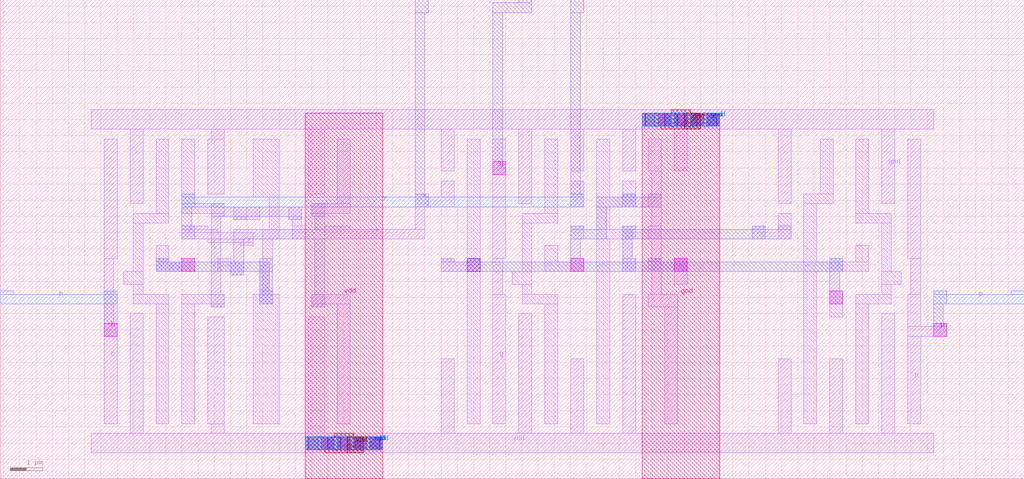
<source format=lef>
VERSION 5.7 ;
  NAMESCASESENSITIVE ON ;
  NOWIREEXTENSIONATPIN ON ;
  DIVIDERCHAR "/" ;
  BUSBITCHARS "[]" ;
UNITS
  DATABASE MICRONS 1000 ;
END UNITS

MACRO single_generate
  CLASS BLOCK ;
  FOREIGN single_generate ;
  ORIGIN 2.600000 0.600000 ;
  SIZE 31.600000 BY 14.800000 ;
  PIN gnd
    USE GROUND ;
    PORT
      LAYER metal1 ;
        RECT 0.200000 10.200000 26.200001 10.800000 ;
        RECT 1.400000 7.900000 1.800000 10.200000 ;
        RECT 3.900000 9.900001 4.300000 10.200000 ;
        RECT 3.800000 8.200000 4.300000 9.900001 ;
        RECT 6.900000 8.200000 7.400000 10.200000 ;
        RECT 11.000000 8.900001 11.400001 10.200000 ;
        RECT 13.400001 7.900000 13.800000 10.200000 ;
        RECT 15.000000 8.900001 15.400001 10.200000 ;
        RECT 16.600000 8.900001 17.000000 10.200000 ;
        RECT 18.200001 8.900001 18.600000 10.200000 ;
        RECT 21.400000 7.900000 21.800001 10.200000 ;
        RECT 24.600000 7.900000 25.000000 10.200000 ;
      LAYER via1 ;
        RECT 17.200001 10.300000 17.600000 10.700000 ;
        RECT 17.700001 10.300000 18.100000 10.700000 ;
        RECT 18.200001 10.300000 18.600000 10.700000 ;
        RECT 18.700001 10.300000 19.100000 10.700000 ;
        RECT 19.200001 10.300000 19.600000 10.700000 ;
      LAYER metal2 ;
        RECT 18.100000 10.700000 18.700001 10.800000 ;
        RECT 17.200001 10.300000 19.600000 10.700000 ;
        RECT 18.100000 10.200000 18.700001 10.300000 ;
      LAYER via2 ;
        RECT 17.700001 10.300000 18.100000 10.700000 ;
        RECT 18.200001 10.300000 18.600000 10.700000 ;
        RECT 18.700001 10.300000 19.100000 10.700000 ;
        RECT 19.200001 10.300000 19.600000 10.700000 ;
      LAYER metal3 ;
        RECT 18.100000 10.700000 18.700001 10.800000 ;
        RECT 17.200001 10.300000 19.600000 10.700000 ;
        RECT 18.100000 10.200000 18.700001 10.300000 ;
      LAYER via3 ;
        RECT 17.300001 10.300000 17.700001 10.700000 ;
        RECT 17.900000 10.300000 18.300001 10.700000 ;
        RECT 18.500000 10.300000 18.900000 10.700000 ;
        RECT 19.100000 10.300000 19.500000 10.700000 ;
      LAYER metal4 ;
        RECT 18.100000 10.700000 18.700001 10.800000 ;
        RECT 17.200001 10.300000 19.600000 10.700000 ;
        RECT 18.100000 10.200000 18.700001 10.300000 ;
      LAYER via4 ;
        RECT 17.200001 10.300000 17.600000 10.700000 ;
        RECT 17.700001 10.300000 18.100000 10.700000 ;
        RECT 18.200001 10.300000 18.600000 10.700000 ;
        RECT 18.700001 10.300000 19.100000 10.700000 ;
        RECT 19.200001 10.300000 19.600000 10.700000 ;
      LAYER metal5 ;
        RECT 18.100000 10.700000 18.700001 10.800000 ;
        RECT 17.200001 10.300000 19.600000 10.700000 ;
        RECT 17.800001 10.200000 19.000000 10.300000 ;
      LAYER via5 ;
        RECT 18.500000 10.200000 19.000000 10.700000 ;
      LAYER metal6 ;
        RECT 17.200001 -0.600000 19.600000 10.700000 ;
    END
  END gnd
  PIN vdd
    USE POWER ;
    PORT
      LAYER metal1 ;
        RECT 1.400000 0.800000 1.800000 4.500000 ;
        RECT 3.800000 1.100000 4.300000 4.400000 ;
        RECT 3.900000 0.800000 4.300000 1.100000 ;
        RECT 6.900000 0.800000 7.400000 4.400000 ;
        RECT 11.000000 0.800000 11.400001 3.100000 ;
        RECT 13.400001 0.800000 13.800000 4.500000 ;
        RECT 15.000000 0.800000 15.400001 3.100000 ;
        RECT 16.600000 0.800000 17.000000 5.100000 ;
        RECT 21.400000 0.800000 21.800001 3.100000 ;
        RECT 23.000000 0.800000 23.400000 3.100000 ;
        RECT 24.600000 0.800000 25.000000 4.500000 ;
        RECT 0.200000 0.200000 26.200001 0.800000 ;
      LAYER via1 ;
        RECT 6.800000 0.300000 7.200000 0.700000 ;
        RECT 7.300000 0.300000 7.700000 0.700000 ;
        RECT 7.800000 0.300000 8.200000 0.700000 ;
        RECT 8.300000 0.300000 8.700000 0.700000 ;
        RECT 8.800000 0.300000 9.200000 0.700000 ;
      LAYER metal2 ;
        RECT 7.700000 0.700000 8.300000 0.800000 ;
        RECT 6.800000 0.300000 9.200000 0.700000 ;
        RECT 7.700000 0.200000 8.300000 0.300000 ;
      LAYER via2 ;
        RECT 7.300000 0.300000 7.700000 0.700000 ;
        RECT 7.800000 0.300000 8.200000 0.700000 ;
        RECT 8.300000 0.300000 8.700000 0.700000 ;
        RECT 8.800000 0.300000 9.200000 0.700000 ;
      LAYER metal3 ;
        RECT 7.700000 0.700000 8.300000 0.800000 ;
        RECT 6.800000 0.300000 9.200000 0.700000 ;
        RECT 7.700000 0.200000 8.300000 0.300000 ;
      LAYER via3 ;
        RECT 6.900000 0.300000 7.300000 0.700000 ;
        RECT 7.500000 0.300000 7.900000 0.700000 ;
        RECT 8.100000 0.300000 8.500000 0.700000 ;
        RECT 8.700000 0.300000 9.100000 0.700000 ;
      LAYER metal4 ;
        RECT 7.700000 0.700000 8.300000 0.800000 ;
        RECT 6.800000 0.300000 9.200000 0.700000 ;
        RECT 7.700000 0.200000 8.300000 0.300000 ;
      LAYER via4 ;
        RECT 6.800000 0.300000 7.200000 0.700000 ;
        RECT 7.300000 0.300000 7.700000 0.700000 ;
        RECT 7.800000 0.300000 8.200000 0.700000 ;
        RECT 8.300000 0.300000 8.700000 0.700000 ;
        RECT 8.800000 0.300000 9.200000 0.700000 ;
      LAYER metal5 ;
        RECT 7.700000 0.700000 8.300000 0.800000 ;
        RECT 6.800000 0.300000 9.200000 0.700000 ;
        RECT 7.400000 0.200000 8.600000 0.300000 ;
      LAYER via5 ;
        RECT 8.100000 0.200000 8.600000 0.700000 ;
      LAYER metal6 ;
        RECT 6.800000 -0.600000 9.200000 10.700000 ;
    END
  END vdd
  PIN g
    PORT
      LAYER metal1 ;
        RECT 12.600000 6.200000 13.000000 9.900001 ;
        RECT 12.600000 5.100000 12.900001 6.200000 ;
        RECT 12.600000 1.100000 13.000000 5.100000 ;
      LAYER via1 ;
        RECT 12.600000 8.800000 13.000000 9.200000 ;
      LAYER metal2 ;
        RECT 13.400001 14.100000 13.800000 14.200000 ;
        RECT 12.600000 13.800000 13.800000 14.100000 ;
        RECT 12.600000 9.200000 12.900001 13.800000 ;
        RECT 12.600000 8.800000 13.000000 9.200000 ;
    END
  END g
  PIN h
    PORT
      LAYER metal1 ;
        RECT 0.600000 6.200000 1.000000 9.900001 ;
        RECT 0.600000 5.100000 0.900000 6.200000 ;
        RECT 0.600000 1.100000 1.000000 5.100000 ;
      LAYER via1 ;
        RECT 0.600000 3.800000 1.000000 4.200000 ;
      LAYER metal2 ;
        RECT 0.600000 4.800000 1.000000 5.200000 ;
        RECT 0.600000 4.200000 0.900000 4.800000 ;
        RECT 0.600000 3.800000 1.000000 4.200000 ;
      LAYER metal3 ;
        RECT -2.600000 5.100000 -2.200000 5.200000 ;
        RECT 0.600000 5.100000 1.000000 5.200000 ;
        RECT -2.600000 4.800000 1.000000 5.100000 ;
    END
  END h
  PIN p
    PORT
      LAYER metal1 ;
        RECT 25.400000 6.200000 25.800001 9.900001 ;
        RECT 25.500000 5.100000 25.800001 6.200000 ;
        RECT 25.400000 4.100000 25.800001 5.100000 ;
        RECT 26.200001 4.100000 26.600000 4.200000 ;
        RECT 25.400000 3.800000 26.600000 4.100000 ;
        RECT 25.400000 1.100000 25.800001 3.800000 ;
      LAYER via1 ;
        RECT 26.200001 3.800000 26.600000 4.200000 ;
      LAYER metal2 ;
        RECT 26.200001 4.800000 26.600000 5.200000 ;
        RECT 26.200001 4.200000 26.500000 4.800000 ;
        RECT 26.200001 3.800000 26.600000 4.200000 ;
      LAYER metal3 ;
        RECT 26.200001 5.100000 26.600000 5.200000 ;
        RECT 28.600000 5.100000 29.000000 5.200000 ;
        RECT 26.200001 4.800000 29.000000 5.100000 ;
    END
  END p
  PIN x
    PORT
      LAYER metal1 ;
        RECT 10.200000 8.100000 10.600000 8.200000 ;
        RECT 11.000000 8.100000 11.400001 8.600000 ;
        RECT 10.200000 7.800000 11.400001 8.100000 ;
        RECT 7.400000 7.100000 8.200000 7.200000 ;
        RECT 10.200000 7.100000 10.500000 7.800000 ;
        RECT 7.400000 6.800000 10.500000 7.100000 ;
      LAYER metal2 ;
        RECT 10.200000 13.800000 10.600000 14.200000 ;
        RECT 10.200000 8.200000 10.500000 13.800000 ;
        RECT 10.200000 7.800000 10.600000 8.200000 ;
    END
  END x
  PIN y
    PORT
      LAYER metal1 ;
        RECT 15.000000 7.800000 15.400001 8.600000 ;
        RECT 3.000000 7.100000 3.800000 7.200000 ;
        RECT 3.000000 7.000000 4.100000 7.100000 ;
        RECT 3.000000 6.800000 5.200000 7.000000 ;
        RECT 3.800000 6.700000 5.200000 6.800000 ;
        RECT 4.800000 6.600000 5.200000 6.700000 ;
      LAYER metal2 ;
        RECT 15.000000 13.800000 15.400001 14.200000 ;
        RECT 15.000000 8.200000 15.300000 13.800000 ;
        RECT 3.000000 7.800000 3.400000 8.200000 ;
        RECT 15.000000 7.800000 15.400001 8.200000 ;
        RECT 3.000000 7.200000 3.300000 7.800000 ;
        RECT 3.000000 6.800000 3.400000 7.200000 ;
      LAYER metal3 ;
        RECT 3.000000 8.100000 3.400000 8.200000 ;
        RECT 15.000000 8.100000 15.400001 8.200000 ;
        RECT 3.000000 7.800000 15.400001 8.100000 ;
    END
  END y
  OBS
      LAYER metal1 ;
        RECT 2.200000 7.600000 2.600000 9.900001 ;
        RECT 3.000000 7.900000 3.400000 9.900001 ;
        RECT 5.200000 8.100000 6.000000 9.900001 ;
        RECT 3.000000 7.600000 4.300000 7.900000 ;
        RECT 1.500000 7.300000 2.600000 7.600000 ;
        RECT 3.900000 7.500000 4.300000 7.600000 ;
        RECT 4.600000 7.400000 5.400000 7.800000 ;
        RECT 1.500000 5.800000 1.800000 7.300000 ;
        RECT 5.700000 7.100000 6.000000 8.100000 ;
        RECT 7.800000 7.900000 8.200000 9.900001 ;
        RECT 6.300000 7.400000 6.700000 7.800000 ;
        RECT 7.000000 7.600000 8.200000 7.900000 ;
        RECT 7.000000 7.500000 7.400000 7.600000 ;
        RECT 5.500000 6.800000 6.000000 7.100000 ;
        RECT 6.400000 7.200000 6.700000 7.400000 ;
        RECT 6.400000 6.800000 6.800000 7.200000 ;
        RECT 2.200000 6.100000 2.600000 6.600000 ;
        RECT 5.500000 6.200000 5.800000 6.800000 ;
        RECT 3.000000 6.100000 3.400000 6.200000 ;
        RECT 2.200000 5.800000 3.400000 6.100000 ;
        RECT 4.100000 6.100000 4.500000 6.200000 ;
        RECT 4.100000 5.800000 4.900000 6.100000 ;
        RECT 5.400000 5.800000 5.800000 6.200000 ;
        RECT 11.000000 6.100000 11.400001 6.200000 ;
        RECT 11.800000 6.100000 12.200000 9.900001 ;
        RECT 14.200000 7.600000 14.600000 9.900001 ;
        RECT 11.000000 5.800000 12.200000 6.100000 ;
        RECT 13.500000 7.300000 14.600000 7.600000 ;
        RECT 15.800000 8.100000 16.200001 9.900001 ;
        RECT 17.400000 8.900001 17.800001 9.900001 ;
        RECT 16.600000 8.100000 17.000000 8.600000 ;
        RECT 17.500000 8.200000 17.800001 8.900001 ;
        RECT 22.700001 8.200000 23.100000 9.900001 ;
        RECT 15.800000 7.800000 17.000000 8.100000 ;
        RECT 17.400000 7.800000 17.800001 8.200000 ;
        RECT 13.500000 5.800000 13.800000 7.300000 ;
        RECT 15.800000 7.100000 16.200001 7.800000 ;
        RECT 17.500000 7.200000 17.800001 7.800000 ;
        RECT 22.200001 7.900000 23.100000 8.200000 ;
        RECT 15.800000 6.800000 16.900000 7.100000 ;
        RECT 17.400000 6.800000 17.800001 7.200000 ;
        RECT 21.400000 6.800000 21.800001 7.600000 ;
        RECT 14.200000 6.100000 14.600000 6.600000 ;
        RECT 15.000000 6.100000 15.400001 6.200000 ;
        RECT 14.200000 5.800000 15.400001 6.100000 ;
        RECT 1.200000 5.400000 1.800000 5.800000 ;
        RECT 4.500000 5.700000 4.900000 5.800000 ;
        RECT 1.500000 5.100000 1.800000 5.400000 ;
        RECT 5.500000 5.100000 5.800000 5.800000 ;
        RECT 1.500000 4.800000 2.600000 5.100000 ;
        RECT 2.200000 1.100000 2.600000 4.800000 ;
        RECT 3.000000 4.800000 4.300000 5.100000 ;
        RECT 3.000000 1.100000 3.400000 4.800000 ;
        RECT 3.900000 4.700000 4.300000 4.800000 ;
        RECT 5.200000 1.100000 6.000000 5.100000 ;
        RECT 7.000000 4.800000 8.200000 5.100000 ;
        RECT 7.000000 4.700000 7.400000 4.800000 ;
        RECT 7.800000 1.100000 8.200000 4.800000 ;
        RECT 11.800000 1.100000 12.200000 5.800000 ;
        RECT 13.200000 5.400000 13.800000 5.800000 ;
        RECT 13.500000 5.100000 13.800000 5.400000 ;
        RECT 13.500000 4.800000 14.600000 5.100000 ;
        RECT 14.200000 1.100000 14.600000 4.800000 ;
        RECT 15.800000 1.100000 16.200001 6.800000 ;
        RECT 16.600000 6.200000 16.900000 6.800000 ;
        RECT 16.600000 5.800000 17.000000 6.200000 ;
        RECT 17.500000 5.100000 17.800001 6.800000 ;
        RECT 18.200001 5.400000 18.600000 6.200000 ;
        RECT 22.200001 6.100000 22.600000 7.900000 ;
        RECT 23.800001 7.600000 24.200001 9.900001 ;
        RECT 23.800001 7.300000 24.900000 7.600000 ;
        RECT 23.800001 6.100000 24.200001 6.600000 ;
        RECT 22.200001 5.800000 24.200001 6.100000 ;
        RECT 24.600000 5.800000 24.900000 7.300000 ;
        RECT 17.400000 4.700000 18.300001 5.100000 ;
        RECT 17.900000 1.100000 18.300001 4.700000 ;
        RECT 22.200001 1.100000 22.600000 5.800000 ;
        RECT 24.600000 5.400000 25.200001 5.800000 ;
        RECT 23.000000 4.400000 23.400000 5.200000 ;
        RECT 24.600000 5.100000 24.900000 5.400000 ;
        RECT 23.800001 4.800000 24.900000 5.100000 ;
        RECT 23.800001 1.100000 24.200001 4.800000 ;
      LAYER via1 ;
        RECT 3.000000 5.800000 3.400000 6.200000 ;
        RECT 15.000000 5.800000 15.400001 6.200000 ;
        RECT 18.200001 5.800000 18.600000 6.200000 ;
        RECT 23.000000 4.800000 23.400000 5.200000 ;
      LAYER metal2 ;
        RECT 16.600000 8.100000 17.000000 8.200000 ;
        RECT 17.400000 8.100000 17.800001 8.200000 ;
        RECT 3.900000 7.800000 4.300000 7.900000 ;
        RECT 3.900000 7.500000 6.700000 7.800000 ;
        RECT 7.000000 7.500000 7.400000 7.900000 ;
        RECT 16.600000 7.800000 17.800001 8.100000 ;
        RECT 2.200000 6.100000 2.600000 6.200000 ;
        RECT 3.000000 6.100000 3.400000 6.200000 ;
        RECT 2.200000 5.800000 3.400000 6.100000 ;
        RECT 3.900000 5.100000 4.200000 7.500000 ;
        RECT 4.600000 7.400000 5.000000 7.500000 ;
        RECT 6.300000 7.400000 6.700000 7.500000 ;
        RECT 7.100000 7.100000 7.400000 7.500000 ;
        RECT 4.600000 6.800000 7.400000 7.100000 ;
        RECT 4.600000 6.100000 4.900000 6.800000 ;
        RECT 4.500000 5.700000 4.900000 6.100000 ;
        RECT 5.400000 5.800000 5.800000 6.200000 ;
        RECT 5.400000 5.200000 5.700000 5.800000 ;
        RECT 3.900000 4.700000 4.300000 5.100000 ;
        RECT 5.400000 4.800000 5.800000 5.200000 ;
        RECT 7.100000 5.100000 7.400000 6.800000 ;
        RECT 15.000000 6.800000 15.400001 7.200000 ;
        RECT 16.600000 6.800000 17.000000 7.200000 ;
        RECT 20.600000 7.100000 21.000000 7.200000 ;
        RECT 21.400000 7.100000 21.800001 7.200000 ;
        RECT 20.600000 6.800000 21.800001 7.100000 ;
        RECT 15.000000 6.200000 15.300000 6.800000 ;
        RECT 16.600000 6.200000 16.900000 6.800000 ;
        RECT 11.000000 6.100000 11.400001 6.200000 ;
        RECT 11.800000 6.100000 12.200000 6.200000 ;
        RECT 11.000000 5.800000 12.200000 6.100000 ;
        RECT 15.000000 5.800000 15.400001 6.200000 ;
        RECT 16.600000 5.800000 17.000000 6.200000 ;
        RECT 17.400000 6.100000 17.800001 6.200000 ;
        RECT 18.200001 6.100000 18.600000 6.200000 ;
        RECT 17.400000 5.800000 18.600000 6.100000 ;
        RECT 23.000000 5.800000 23.400000 6.200000 ;
        RECT 7.000000 4.700000 7.400000 5.100000 ;
        RECT 23.000000 5.200000 23.300001 5.800000 ;
        RECT 23.000000 4.800000 23.400000 5.200000 ;
      LAYER via2 ;
        RECT 11.800000 5.800000 12.200000 6.200000 ;
      LAYER metal3 ;
        RECT 16.600000 8.100000 17.000000 8.200000 ;
        RECT 15.800000 7.800000 17.000000 8.100000 ;
        RECT 15.000000 7.100000 15.400001 7.200000 ;
        RECT 15.800000 7.100000 16.100000 7.800000 ;
        RECT 15.000000 6.800000 16.100000 7.100000 ;
        RECT 16.600000 7.100000 17.000000 7.200000 ;
        RECT 20.600000 7.100000 21.000000 7.200000 ;
        RECT 16.600000 6.800000 21.000000 7.100000 ;
        RECT 2.200000 6.100000 2.600000 6.200000 ;
        RECT 11.800000 6.100000 12.200000 6.200000 ;
        RECT 17.400000 6.100000 17.800001 6.200000 ;
        RECT 23.000000 6.100000 23.400000 6.200000 ;
        RECT 2.200000 5.800000 5.700000 6.100000 ;
        RECT 11.800000 5.800000 23.400000 6.100000 ;
        RECT 5.400000 5.200000 5.700000 5.800000 ;
        RECT 5.400000 4.800000 5.800000 5.200000 ;
  END
END single_generate

</source>
